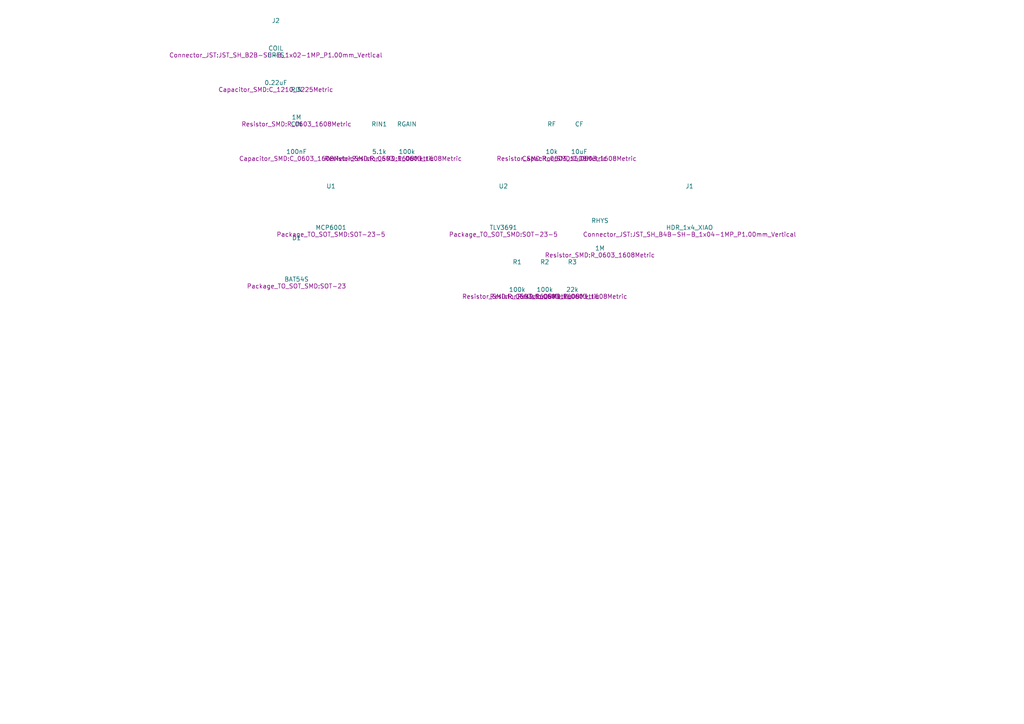
<source format=kicad_sch>

(kicad_sch (version 20211014) (generator "pcbnew")
  (paper "A4")
  (title_block (title "Shoe Tag LF Front-End Rev B") (rev "B"))
  (symbol (lib_id "Amplifier_Operational:Opamp_Single_Generic") (at 100 60 0)
    (unit 1) (in_bom yes) (on_board yes) (uuid db097a6b-1217-4436-b1ad-84a10d2e511a)
    (property "Reference" "U1" (id 0) (at 96 54 0) (effects (font (size 1.27 1.27))))
    (property "Value" "MCP6001" (id 1) (at 96 66 0) (effects (font (size 1.27 1.27))))
    (property "Footprint" "Package_TO_SOT_SMD:SOT-23-5" (id 2) (at 96 68 0) (effects (font (size 1.27 1.27))))
  )
  (symbol (lib_id "Comparator:Comparator") (at 150 60 0)
    (unit 1) (in_bom yes) (on_board yes) (uuid a17a5888-1766-4811-bc2f-6f6601ce859e)
    (property "Reference" "U2" (id 0) (at 146 54 0) (effects (font (size 1.27 1.27))))
    (property "Value" "TLV3691" (id 1) (at 146 66 0) (effects (font (size 1.27 1.27))))
    (property "Footprint" "Package_TO_SOT_SMD:SOT-23-5" (id 2) (at 146 68 0) (effects (font (size 1.27 1.27))))
  )
  (symbol (lib_id "Diode:BAT54S") (at 90 75 0)
    (unit 1) (in_bom yes) (on_board yes) (uuid e3fdc3d3-9622-47a9-af31-a0c1f8c5b3ee)
    (property "Reference" "D1" (id 0) (at 86 69 0) (effects (font (size 1.27 1.27))))
    (property "Value" "BAT54S" (id 1) (at 86 81 0) (effects (font (size 1.27 1.27))))
    (property "Footprint" "Package_TO_SOT_SMD:SOT-23" (id 2) (at 86 83 0) (effects (font (size 1.27 1.27))))
  )
  (symbol (lib_id "Device:R") (at 110 40 0)
    (unit 1) (in_bom yes) (on_board yes) (uuid 47117ebc-fd05-4ec6-aaef-f802a08b6682)
    (property "Reference" "RIN1" (id 0) (at 110 36 0) (effects (font (size 1.27 1.27))))
    (property "Value" "5.1k" (id 1) (at 110 44 0) (effects (font (size 1.27 1.27))))
    (property "Footprint" "Resistor_SMD:R_0603_1608Metric" (id 2) (at 110 46 0) (effects (font (size 1.27 1.27))))
  )
  (symbol (lib_id "Device:R") (at 118 40 0)
    (unit 1) (in_bom yes) (on_board yes) (uuid 676b8e74-abe4-47e6-9a22-c90bf854d82e)
    (property "Reference" "RGAIN" (id 0) (at 118 36 0) (effects (font (size 1.27 1.27))))
    (property "Value" "100k" (id 1) (at 118 44 0) (effects (font (size 1.27 1.27))))
    (property "Footprint" "Resistor_SMD:R_0603_1608Metric" (id 2) (at 118 46 0) (effects (font (size 1.27 1.27))))
  )
  (symbol (lib_id "Device:R") (at 160 40 0)
    (unit 1) (in_bom yes) (on_board yes) (uuid 0e139752-955b-4b19-a11b-14cc7184c714)
    (property "Reference" "RF" (id 0) (at 160 36 0) (effects (font (size 1.27 1.27))))
    (property "Value" "10k" (id 1) (at 160 44 0) (effects (font (size 1.27 1.27))))
    (property "Footprint" "Resistor_SMD:R_0603_1608Metric" (id 2) (at 160 46 0) (effects (font (size 1.27 1.27))))
  )
  (symbol (lib_id "Device:C") (at 168 40 0)
    (unit 1) (in_bom yes) (on_board yes) (uuid 1d427157-dd55-473c-a5de-615886a29d52)
    (property "Reference" "CF" (id 0) (at 168 36 0) (effects (font (size 1.27 1.27))))
    (property "Value" "10uF" (id 1) (at 168 44 0) (effects (font (size 1.27 1.27))))
    (property "Footprint" "Capacitor_SMD:C_0603_1608Metric" (id 2) (at 168 46 0) (effects (font (size 1.27 1.27))))
  )
  (symbol (lib_id "Device:C") (at 86 40 0)
    (unit 1) (in_bom yes) (on_board yes) (uuid 6d3b6d8c-0805-4ea1-9193-018958a23c16)
    (property "Reference" "CIN" (id 0) (at 86 36 0) (effects (font (size 1.27 1.27))))
    (property "Value" "100nF" (id 1) (at 86 44 0) (effects (font (size 1.27 1.27))))
    (property "Footprint" "Capacitor_SMD:C_0603_1608Metric" (id 2) (at 86 46 0) (effects (font (size 1.27 1.27))))
  )
  (symbol (lib_id "Device:R") (at 86 30 0)
    (unit 1) (in_bom yes) (on_board yes) (uuid 2d6b6ac4-2011-4a18-8608-648045dc53d3)
    (property "Reference" "RIN" (id 0) (at 86 26 0) (effects (font (size 1.27 1.27))))
    (property "Value" "1M" (id 1) (at 86 34 0) (effects (font (size 1.27 1.27))))
    (property "Footprint" "Resistor_SMD:R_0603_1608Metric" (id 2) (at 86 36 0) (effects (font (size 1.27 1.27))))
  )
  (symbol (lib_id "Device:R") (at 150 80 0)
    (unit 1) (in_bom yes) (on_board yes) (uuid 47e4c850-244f-4906-80fb-255789cadcf4)
    (property "Reference" "R1" (id 0) (at 150 76 0) (effects (font (size 1.27 1.27))))
    (property "Value" "100k" (id 1) (at 150 84 0) (effects (font (size 1.27 1.27))))
    (property "Footprint" "Resistor_SMD:R_0603_1608Metric" (id 2) (at 150 86 0) (effects (font (size 1.27 1.27))))
  )
  (symbol (lib_id "Device:R") (at 158 80 0)
    (unit 1) (in_bom yes) (on_board yes) (uuid a1fcc0ca-1b04-4419-840b-8a62d63ebef0)
    (property "Reference" "R2" (id 0) (at 158 76 0) (effects (font (size 1.27 1.27))))
    (property "Value" "100k" (id 1) (at 158 84 0) (effects (font (size 1.27 1.27))))
    (property "Footprint" "Resistor_SMD:R_0603_1608Metric" (id 2) (at 158 86 0) (effects (font (size 1.27 1.27))))
  )
  (symbol (lib_id "Device:R") (at 166 80 0)
    (unit 1) (in_bom yes) (on_board yes) (uuid 57a5555e-b30e-4fc5-a81f-e25dcadd647d)
    (property "Reference" "R3" (id 0) (at 166 76 0) (effects (font (size 1.27 1.27))))
    (property "Value" "22k" (id 1) (at 166 84 0) (effects (font (size 1.27 1.27))))
    (property "Footprint" "Resistor_SMD:R_0603_1608Metric" (id 2) (at 166 86 0) (effects (font (size 1.27 1.27))))
  )
  (symbol (lib_id "Device:R") (at 174 68 0)
    (unit 1) (in_bom yes) (on_board yes) (uuid 1f066d0e-2bbf-423d-b68a-60d4dc07c850)
    (property "Reference" "RHYS" (id 0) (at 174 64 0) (effects (font (size 1.27 1.27))))
    (property "Value" "1M" (id 1) (at 174 72 0) (effects (font (size 1.27 1.27))))
    (property "Footprint" "Resistor_SMD:R_0603_1608Metric" (id 2) (at 174 74 0) (effects (font (size 1.27 1.27))))
  )
  (symbol (lib_id "Device:C") (at 80 20 0)
    (unit 1) (in_bom yes) (on_board yes) (uuid 1c2b6426-8dda-4c57-b2d2-8217e8f6cc75)
    (property "Reference" "CRES" (id 0) (at 80 16 0) (effects (font (size 1.27 1.27))))
    (property "Value" "0.22uF" (id 1) (at 80 24 0) (effects (font (size 1.27 1.27))))
    (property "Footprint" "Capacitor_SMD:C_1210_3225Metric" (id 2) (at 80 26 0) (effects (font (size 1.27 1.27))))
  )
  (symbol (lib_id "Connector_Generic:Conn_01x04") (at 200 60 0)
    (unit 1) (in_bom yes) (on_board yes) (uuid 250d1910-3208-4831-8c43-15a214a63f80)
    (property "Reference" "J1" (id 0) (at 200 54 0) (effects (font (size 1.27 1.27))))
    (property "Value" "HDR_1x4_XIAO" (id 1) (at 200 66 0) (effects (font (size 1.27 1.27))))
    (property "Footprint" "Connector_JST:JST_SH_B4B-SH-B_1x04-1MP_P1.00mm_Vertical" (id 2) (at 200 68 0) (effects (font (size 1.27 1.27))))
  )
  (symbol (lib_id "Connector_Generic:Conn_01x02") (at 80 10 0)
    (unit 1) (in_bom yes) (on_board yes) (uuid 34b9967f-e369-45a9-8383-4971a5402bc3)
    (property "Reference" "J2" (id 0) (at 80 6 0) (effects (font (size 1.27 1.27))))
    (property "Value" "COIL" (id 1) (at 80 14 0) (effects (font (size 1.27 1.27))))
    (property "Footprint" "Connector_JST:JST_SH_B2B-SH-B_1x02-1MP_P1.00mm_Vertical" (id 2) (at 80 16 0) (effects (font (size 1.27 1.27))))
  )
)

</source>
